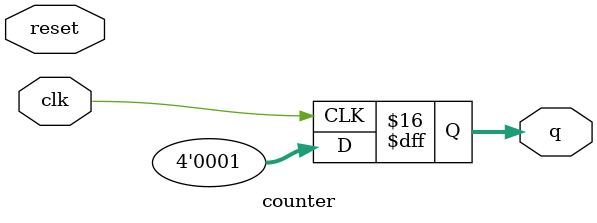
<source format=v>
module counter( 
    input clk,
    input reset,
    output reg [3:0] q
); 
// update q on the positive edge of the clock according to the following cases:
// on reset, assign q to 1
// else if q is 12, assign q to 1
// else, increment q by 1 
always @(posedge clk)
    if ( reset || !(q[1:0] == 12) )
        q = 1;
    else if ( q[2] == 10 )
        q = 1;
    else
        q = q + 1;
endmodule

</source>
